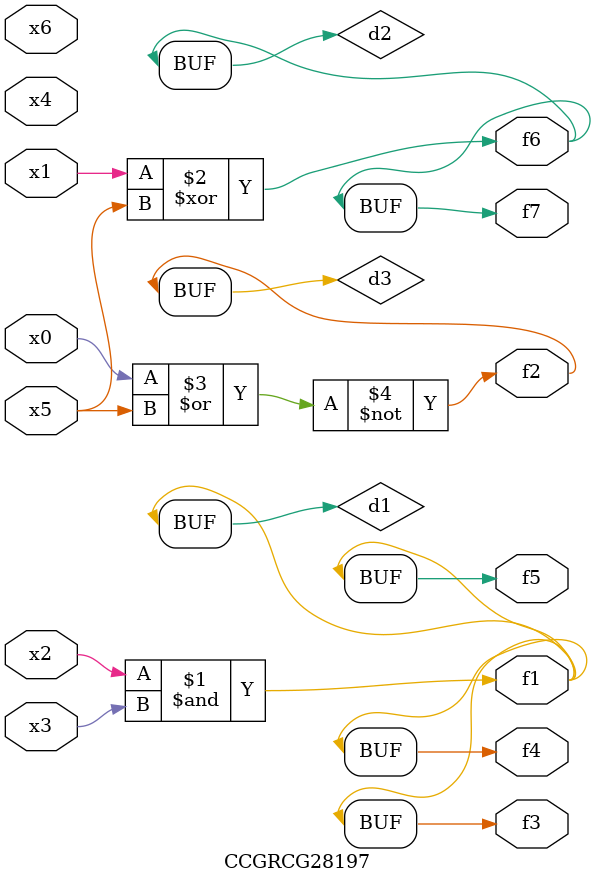
<source format=v>
module CCGRCG28197(
	input x0, x1, x2, x3, x4, x5, x6,
	output f1, f2, f3, f4, f5, f6, f7
);

	wire d1, d2, d3;

	and (d1, x2, x3);
	xor (d2, x1, x5);
	nor (d3, x0, x5);
	assign f1 = d1;
	assign f2 = d3;
	assign f3 = d1;
	assign f4 = d1;
	assign f5 = d1;
	assign f6 = d2;
	assign f7 = d2;
endmodule

</source>
